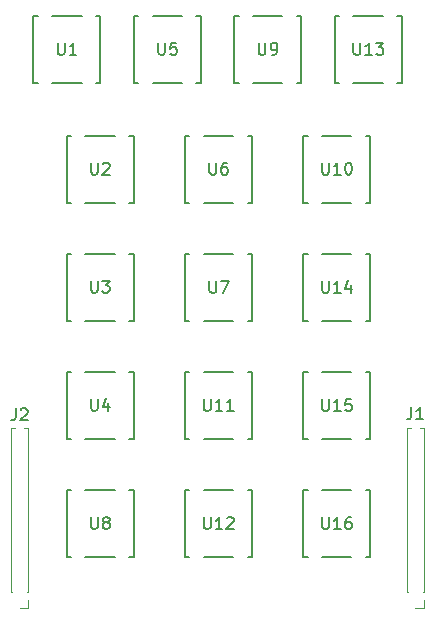
<source format=gbr>
%TF.GenerationSoftware,KiCad,Pcbnew,8.0.1*%
%TF.CreationDate,2024-03-24T18:55:33-05:00*%
%TF.ProjectId,TTWR Keypad,54545752-204b-4657-9970-61642e6b6963,V01*%
%TF.SameCoordinates,Original*%
%TF.FileFunction,Legend,Top*%
%TF.FilePolarity,Positive*%
%FSLAX46Y46*%
G04 Gerber Fmt 4.6, Leading zero omitted, Abs format (unit mm)*
G04 Created by KiCad (PCBNEW 8.0.1) date 2024-03-24 18:55:33*
%MOMM*%
%LPD*%
G01*
G04 APERTURE LIST*
%ADD10C,0.150000*%
%ADD11C,0.152400*%
%ADD12C,0.120000*%
G04 APERTURE END LIST*
D10*
X157038095Y-65945819D02*
X157038095Y-66755342D01*
X157038095Y-66755342D02*
X157085714Y-66850580D01*
X157085714Y-66850580D02*
X157133333Y-66898200D01*
X157133333Y-66898200D02*
X157228571Y-66945819D01*
X157228571Y-66945819D02*
X157419047Y-66945819D01*
X157419047Y-66945819D02*
X157514285Y-66898200D01*
X157514285Y-66898200D02*
X157561904Y-66850580D01*
X157561904Y-66850580D02*
X157609523Y-66755342D01*
X157609523Y-66755342D02*
X157609523Y-65945819D01*
X157990476Y-65945819D02*
X158609523Y-65945819D01*
X158609523Y-65945819D02*
X158276190Y-66326771D01*
X158276190Y-66326771D02*
X158419047Y-66326771D01*
X158419047Y-66326771D02*
X158514285Y-66374390D01*
X158514285Y-66374390D02*
X158561904Y-66422009D01*
X158561904Y-66422009D02*
X158609523Y-66517247D01*
X158609523Y-66517247D02*
X158609523Y-66755342D01*
X158609523Y-66755342D02*
X158561904Y-66850580D01*
X158561904Y-66850580D02*
X158514285Y-66898200D01*
X158514285Y-66898200D02*
X158419047Y-66945819D01*
X158419047Y-66945819D02*
X158133333Y-66945819D01*
X158133333Y-66945819D02*
X158038095Y-66898200D01*
X158038095Y-66898200D02*
X157990476Y-66850580D01*
X166586905Y-85954819D02*
X166586905Y-86764342D01*
X166586905Y-86764342D02*
X166634524Y-86859580D01*
X166634524Y-86859580D02*
X166682143Y-86907200D01*
X166682143Y-86907200D02*
X166777381Y-86954819D01*
X166777381Y-86954819D02*
X166967857Y-86954819D01*
X166967857Y-86954819D02*
X167063095Y-86907200D01*
X167063095Y-86907200D02*
X167110714Y-86859580D01*
X167110714Y-86859580D02*
X167158333Y-86764342D01*
X167158333Y-86764342D02*
X167158333Y-85954819D01*
X168158333Y-86954819D02*
X167586905Y-86954819D01*
X167872619Y-86954819D02*
X167872619Y-85954819D01*
X167872619Y-85954819D02*
X167777381Y-86097676D01*
X167777381Y-86097676D02*
X167682143Y-86192914D01*
X167682143Y-86192914D02*
X167586905Y-86240533D01*
X168539286Y-86050057D02*
X168586905Y-86002438D01*
X168586905Y-86002438D02*
X168682143Y-85954819D01*
X168682143Y-85954819D02*
X168920238Y-85954819D01*
X168920238Y-85954819D02*
X169015476Y-86002438D01*
X169015476Y-86002438D02*
X169063095Y-86050057D01*
X169063095Y-86050057D02*
X169110714Y-86145295D01*
X169110714Y-86145295D02*
X169110714Y-86240533D01*
X169110714Y-86240533D02*
X169063095Y-86383390D01*
X169063095Y-86383390D02*
X168491667Y-86954819D01*
X168491667Y-86954819D02*
X169110714Y-86954819D01*
X157038095Y-85945819D02*
X157038095Y-86755342D01*
X157038095Y-86755342D02*
X157085714Y-86850580D01*
X157085714Y-86850580D02*
X157133333Y-86898200D01*
X157133333Y-86898200D02*
X157228571Y-86945819D01*
X157228571Y-86945819D02*
X157419047Y-86945819D01*
X157419047Y-86945819D02*
X157514285Y-86898200D01*
X157514285Y-86898200D02*
X157561904Y-86850580D01*
X157561904Y-86850580D02*
X157609523Y-86755342D01*
X157609523Y-86755342D02*
X157609523Y-85945819D01*
X158228571Y-86374390D02*
X158133333Y-86326771D01*
X158133333Y-86326771D02*
X158085714Y-86279152D01*
X158085714Y-86279152D02*
X158038095Y-86183914D01*
X158038095Y-86183914D02*
X158038095Y-86136295D01*
X158038095Y-86136295D02*
X158085714Y-86041057D01*
X158085714Y-86041057D02*
X158133333Y-85993438D01*
X158133333Y-85993438D02*
X158228571Y-85945819D01*
X158228571Y-85945819D02*
X158419047Y-85945819D01*
X158419047Y-85945819D02*
X158514285Y-85993438D01*
X158514285Y-85993438D02*
X158561904Y-86041057D01*
X158561904Y-86041057D02*
X158609523Y-86136295D01*
X158609523Y-86136295D02*
X158609523Y-86183914D01*
X158609523Y-86183914D02*
X158561904Y-86279152D01*
X158561904Y-86279152D02*
X158514285Y-86326771D01*
X158514285Y-86326771D02*
X158419047Y-86374390D01*
X158419047Y-86374390D02*
X158228571Y-86374390D01*
X158228571Y-86374390D02*
X158133333Y-86422009D01*
X158133333Y-86422009D02*
X158085714Y-86469628D01*
X158085714Y-86469628D02*
X158038095Y-86564866D01*
X158038095Y-86564866D02*
X158038095Y-86755342D01*
X158038095Y-86755342D02*
X158085714Y-86850580D01*
X158085714Y-86850580D02*
X158133333Y-86898200D01*
X158133333Y-86898200D02*
X158228571Y-86945819D01*
X158228571Y-86945819D02*
X158419047Y-86945819D01*
X158419047Y-86945819D02*
X158514285Y-86898200D01*
X158514285Y-86898200D02*
X158561904Y-86850580D01*
X158561904Y-86850580D02*
X158609523Y-86755342D01*
X158609523Y-86755342D02*
X158609523Y-86564866D01*
X158609523Y-86564866D02*
X158561904Y-86469628D01*
X158561904Y-86469628D02*
X158514285Y-86422009D01*
X158514285Y-86422009D02*
X158419047Y-86374390D01*
X154236745Y-45804819D02*
X154236745Y-46614342D01*
X154236745Y-46614342D02*
X154284364Y-46709580D01*
X154284364Y-46709580D02*
X154331983Y-46757200D01*
X154331983Y-46757200D02*
X154427221Y-46804819D01*
X154427221Y-46804819D02*
X154617697Y-46804819D01*
X154617697Y-46804819D02*
X154712935Y-46757200D01*
X154712935Y-46757200D02*
X154760554Y-46709580D01*
X154760554Y-46709580D02*
X154808173Y-46614342D01*
X154808173Y-46614342D02*
X154808173Y-45804819D01*
X155808173Y-46804819D02*
X155236745Y-46804819D01*
X155522459Y-46804819D02*
X155522459Y-45804819D01*
X155522459Y-45804819D02*
X155427221Y-45947676D01*
X155427221Y-45947676D02*
X155331983Y-46042914D01*
X155331983Y-46042914D02*
X155236745Y-46090533D01*
X176606705Y-65954819D02*
X176606705Y-66764342D01*
X176606705Y-66764342D02*
X176654324Y-66859580D01*
X176654324Y-66859580D02*
X176701943Y-66907200D01*
X176701943Y-66907200D02*
X176797181Y-66954819D01*
X176797181Y-66954819D02*
X176987657Y-66954819D01*
X176987657Y-66954819D02*
X177082895Y-66907200D01*
X177082895Y-66907200D02*
X177130514Y-66859580D01*
X177130514Y-66859580D02*
X177178133Y-66764342D01*
X177178133Y-66764342D02*
X177178133Y-65954819D01*
X178178133Y-66954819D02*
X177606705Y-66954819D01*
X177892419Y-66954819D02*
X177892419Y-65954819D01*
X177892419Y-65954819D02*
X177797181Y-66097676D01*
X177797181Y-66097676D02*
X177701943Y-66192914D01*
X177701943Y-66192914D02*
X177606705Y-66240533D01*
X179035276Y-66288152D02*
X179035276Y-66954819D01*
X178797181Y-65907200D02*
X178559086Y-66621485D01*
X178559086Y-66621485D02*
X179178133Y-66621485D01*
X179260555Y-45804819D02*
X179260555Y-46614342D01*
X179260555Y-46614342D02*
X179308174Y-46709580D01*
X179308174Y-46709580D02*
X179355793Y-46757200D01*
X179355793Y-46757200D02*
X179451031Y-46804819D01*
X179451031Y-46804819D02*
X179641507Y-46804819D01*
X179641507Y-46804819D02*
X179736745Y-46757200D01*
X179736745Y-46757200D02*
X179784364Y-46709580D01*
X179784364Y-46709580D02*
X179831983Y-46614342D01*
X179831983Y-46614342D02*
X179831983Y-45804819D01*
X180831983Y-46804819D02*
X180260555Y-46804819D01*
X180546269Y-46804819D02*
X180546269Y-45804819D01*
X180546269Y-45804819D02*
X180451031Y-45947676D01*
X180451031Y-45947676D02*
X180355793Y-46042914D01*
X180355793Y-46042914D02*
X180260555Y-46090533D01*
X181165317Y-45804819D02*
X181784364Y-45804819D01*
X181784364Y-45804819D02*
X181451031Y-46185771D01*
X181451031Y-46185771D02*
X181593888Y-46185771D01*
X181593888Y-46185771D02*
X181689126Y-46233390D01*
X181689126Y-46233390D02*
X181736745Y-46281009D01*
X181736745Y-46281009D02*
X181784364Y-46376247D01*
X181784364Y-46376247D02*
X181784364Y-46614342D01*
X181784364Y-46614342D02*
X181736745Y-46709580D01*
X181736745Y-46709580D02*
X181689126Y-46757200D01*
X181689126Y-46757200D02*
X181593888Y-46804819D01*
X181593888Y-46804819D02*
X181308174Y-46804819D01*
X181308174Y-46804819D02*
X181212936Y-46757200D01*
X181212936Y-46757200D02*
X181165317Y-46709580D01*
X167063095Y-55954819D02*
X167063095Y-56764342D01*
X167063095Y-56764342D02*
X167110714Y-56859580D01*
X167110714Y-56859580D02*
X167158333Y-56907200D01*
X167158333Y-56907200D02*
X167253571Y-56954819D01*
X167253571Y-56954819D02*
X167444047Y-56954819D01*
X167444047Y-56954819D02*
X167539285Y-56907200D01*
X167539285Y-56907200D02*
X167586904Y-56859580D01*
X167586904Y-56859580D02*
X167634523Y-56764342D01*
X167634523Y-56764342D02*
X167634523Y-55954819D01*
X168539285Y-55954819D02*
X168348809Y-55954819D01*
X168348809Y-55954819D02*
X168253571Y-56002438D01*
X168253571Y-56002438D02*
X168205952Y-56050057D01*
X168205952Y-56050057D02*
X168110714Y-56192914D01*
X168110714Y-56192914D02*
X168063095Y-56383390D01*
X168063095Y-56383390D02*
X168063095Y-56764342D01*
X168063095Y-56764342D02*
X168110714Y-56859580D01*
X168110714Y-56859580D02*
X168158333Y-56907200D01*
X168158333Y-56907200D02*
X168253571Y-56954819D01*
X168253571Y-56954819D02*
X168444047Y-56954819D01*
X168444047Y-56954819D02*
X168539285Y-56907200D01*
X168539285Y-56907200D02*
X168586904Y-56859580D01*
X168586904Y-56859580D02*
X168634523Y-56764342D01*
X168634523Y-56764342D02*
X168634523Y-56526247D01*
X168634523Y-56526247D02*
X168586904Y-56431009D01*
X168586904Y-56431009D02*
X168539285Y-56383390D01*
X168539285Y-56383390D02*
X168444047Y-56335771D01*
X168444047Y-56335771D02*
X168253571Y-56335771D01*
X168253571Y-56335771D02*
X168158333Y-56383390D01*
X168158333Y-56383390D02*
X168110714Y-56431009D01*
X168110714Y-56431009D02*
X168063095Y-56526247D01*
X150666666Y-76754819D02*
X150666666Y-77469104D01*
X150666666Y-77469104D02*
X150619047Y-77611961D01*
X150619047Y-77611961D02*
X150523809Y-77707200D01*
X150523809Y-77707200D02*
X150380952Y-77754819D01*
X150380952Y-77754819D02*
X150285714Y-77754819D01*
X151095238Y-76850057D02*
X151142857Y-76802438D01*
X151142857Y-76802438D02*
X151238095Y-76754819D01*
X151238095Y-76754819D02*
X151476190Y-76754819D01*
X151476190Y-76754819D02*
X151571428Y-76802438D01*
X151571428Y-76802438D02*
X151619047Y-76850057D01*
X151619047Y-76850057D02*
X151666666Y-76945295D01*
X151666666Y-76945295D02*
X151666666Y-77040533D01*
X151666666Y-77040533D02*
X151619047Y-77183390D01*
X151619047Y-77183390D02*
X151047619Y-77754819D01*
X151047619Y-77754819D02*
X151666666Y-77754819D01*
X184166666Y-76654819D02*
X184166666Y-77369104D01*
X184166666Y-77369104D02*
X184119047Y-77511961D01*
X184119047Y-77511961D02*
X184023809Y-77607200D01*
X184023809Y-77607200D02*
X183880952Y-77654819D01*
X183880952Y-77654819D02*
X183785714Y-77654819D01*
X185166666Y-77654819D02*
X184595238Y-77654819D01*
X184880952Y-77654819D02*
X184880952Y-76654819D01*
X184880952Y-76654819D02*
X184785714Y-76797676D01*
X184785714Y-76797676D02*
X184690476Y-76892914D01*
X184690476Y-76892914D02*
X184595238Y-76940533D01*
X157038095Y-75945819D02*
X157038095Y-76755342D01*
X157038095Y-76755342D02*
X157085714Y-76850580D01*
X157085714Y-76850580D02*
X157133333Y-76898200D01*
X157133333Y-76898200D02*
X157228571Y-76945819D01*
X157228571Y-76945819D02*
X157419047Y-76945819D01*
X157419047Y-76945819D02*
X157514285Y-76898200D01*
X157514285Y-76898200D02*
X157561904Y-76850580D01*
X157561904Y-76850580D02*
X157609523Y-76755342D01*
X157609523Y-76755342D02*
X157609523Y-75945819D01*
X158514285Y-76279152D02*
X158514285Y-76945819D01*
X158276190Y-75898200D02*
X158038095Y-76612485D01*
X158038095Y-76612485D02*
X158657142Y-76612485D01*
X176606705Y-75954819D02*
X176606705Y-76764342D01*
X176606705Y-76764342D02*
X176654324Y-76859580D01*
X176654324Y-76859580D02*
X176701943Y-76907200D01*
X176701943Y-76907200D02*
X176797181Y-76954819D01*
X176797181Y-76954819D02*
X176987657Y-76954819D01*
X176987657Y-76954819D02*
X177082895Y-76907200D01*
X177082895Y-76907200D02*
X177130514Y-76859580D01*
X177130514Y-76859580D02*
X177178133Y-76764342D01*
X177178133Y-76764342D02*
X177178133Y-75954819D01*
X178178133Y-76954819D02*
X177606705Y-76954819D01*
X177892419Y-76954819D02*
X177892419Y-75954819D01*
X177892419Y-75954819D02*
X177797181Y-76097676D01*
X177797181Y-76097676D02*
X177701943Y-76192914D01*
X177701943Y-76192914D02*
X177606705Y-76240533D01*
X179082895Y-75954819D02*
X178606705Y-75954819D01*
X178606705Y-75954819D02*
X178559086Y-76431009D01*
X178559086Y-76431009D02*
X178606705Y-76383390D01*
X178606705Y-76383390D02*
X178701943Y-76335771D01*
X178701943Y-76335771D02*
X178940038Y-76335771D01*
X178940038Y-76335771D02*
X179035276Y-76383390D01*
X179035276Y-76383390D02*
X179082895Y-76431009D01*
X179082895Y-76431009D02*
X179130514Y-76526247D01*
X179130514Y-76526247D02*
X179130514Y-76764342D01*
X179130514Y-76764342D02*
X179082895Y-76859580D01*
X179082895Y-76859580D02*
X179035276Y-76907200D01*
X179035276Y-76907200D02*
X178940038Y-76954819D01*
X178940038Y-76954819D02*
X178701943Y-76954819D01*
X178701943Y-76954819D02*
X178606705Y-76907200D01*
X178606705Y-76907200D02*
X178559086Y-76859580D01*
X167063095Y-65954819D02*
X167063095Y-66764342D01*
X167063095Y-66764342D02*
X167110714Y-66859580D01*
X167110714Y-66859580D02*
X167158333Y-66907200D01*
X167158333Y-66907200D02*
X167253571Y-66954819D01*
X167253571Y-66954819D02*
X167444047Y-66954819D01*
X167444047Y-66954819D02*
X167539285Y-66907200D01*
X167539285Y-66907200D02*
X167586904Y-66859580D01*
X167586904Y-66859580D02*
X167634523Y-66764342D01*
X167634523Y-66764342D02*
X167634523Y-65954819D01*
X168015476Y-65954819D02*
X168682142Y-65954819D01*
X168682142Y-65954819D02*
X168253571Y-66954819D01*
X162736745Y-45804819D02*
X162736745Y-46614342D01*
X162736745Y-46614342D02*
X162784364Y-46709580D01*
X162784364Y-46709580D02*
X162831983Y-46757200D01*
X162831983Y-46757200D02*
X162927221Y-46804819D01*
X162927221Y-46804819D02*
X163117697Y-46804819D01*
X163117697Y-46804819D02*
X163212935Y-46757200D01*
X163212935Y-46757200D02*
X163260554Y-46709580D01*
X163260554Y-46709580D02*
X163308173Y-46614342D01*
X163308173Y-46614342D02*
X163308173Y-45804819D01*
X164260554Y-45804819D02*
X163784364Y-45804819D01*
X163784364Y-45804819D02*
X163736745Y-46281009D01*
X163736745Y-46281009D02*
X163784364Y-46233390D01*
X163784364Y-46233390D02*
X163879602Y-46185771D01*
X163879602Y-46185771D02*
X164117697Y-46185771D01*
X164117697Y-46185771D02*
X164212935Y-46233390D01*
X164212935Y-46233390D02*
X164260554Y-46281009D01*
X164260554Y-46281009D02*
X164308173Y-46376247D01*
X164308173Y-46376247D02*
X164308173Y-46614342D01*
X164308173Y-46614342D02*
X164260554Y-46709580D01*
X164260554Y-46709580D02*
X164212935Y-46757200D01*
X164212935Y-46757200D02*
X164117697Y-46804819D01*
X164117697Y-46804819D02*
X163879602Y-46804819D01*
X163879602Y-46804819D02*
X163784364Y-46757200D01*
X163784364Y-46757200D02*
X163736745Y-46709580D01*
X171236745Y-45804819D02*
X171236745Y-46614342D01*
X171236745Y-46614342D02*
X171284364Y-46709580D01*
X171284364Y-46709580D02*
X171331983Y-46757200D01*
X171331983Y-46757200D02*
X171427221Y-46804819D01*
X171427221Y-46804819D02*
X171617697Y-46804819D01*
X171617697Y-46804819D02*
X171712935Y-46757200D01*
X171712935Y-46757200D02*
X171760554Y-46709580D01*
X171760554Y-46709580D02*
X171808173Y-46614342D01*
X171808173Y-46614342D02*
X171808173Y-45804819D01*
X172331983Y-46804819D02*
X172522459Y-46804819D01*
X172522459Y-46804819D02*
X172617697Y-46757200D01*
X172617697Y-46757200D02*
X172665316Y-46709580D01*
X172665316Y-46709580D02*
X172760554Y-46566723D01*
X172760554Y-46566723D02*
X172808173Y-46376247D01*
X172808173Y-46376247D02*
X172808173Y-45995295D01*
X172808173Y-45995295D02*
X172760554Y-45900057D01*
X172760554Y-45900057D02*
X172712935Y-45852438D01*
X172712935Y-45852438D02*
X172617697Y-45804819D01*
X172617697Y-45804819D02*
X172427221Y-45804819D01*
X172427221Y-45804819D02*
X172331983Y-45852438D01*
X172331983Y-45852438D02*
X172284364Y-45900057D01*
X172284364Y-45900057D02*
X172236745Y-45995295D01*
X172236745Y-45995295D02*
X172236745Y-46233390D01*
X172236745Y-46233390D02*
X172284364Y-46328628D01*
X172284364Y-46328628D02*
X172331983Y-46376247D01*
X172331983Y-46376247D02*
X172427221Y-46423866D01*
X172427221Y-46423866D02*
X172617697Y-46423866D01*
X172617697Y-46423866D02*
X172712935Y-46376247D01*
X172712935Y-46376247D02*
X172760554Y-46328628D01*
X172760554Y-46328628D02*
X172808173Y-46233390D01*
X157038095Y-55945819D02*
X157038095Y-56755342D01*
X157038095Y-56755342D02*
X157085714Y-56850580D01*
X157085714Y-56850580D02*
X157133333Y-56898200D01*
X157133333Y-56898200D02*
X157228571Y-56945819D01*
X157228571Y-56945819D02*
X157419047Y-56945819D01*
X157419047Y-56945819D02*
X157514285Y-56898200D01*
X157514285Y-56898200D02*
X157561904Y-56850580D01*
X157561904Y-56850580D02*
X157609523Y-56755342D01*
X157609523Y-56755342D02*
X157609523Y-55945819D01*
X158038095Y-56041057D02*
X158085714Y-55993438D01*
X158085714Y-55993438D02*
X158180952Y-55945819D01*
X158180952Y-55945819D02*
X158419047Y-55945819D01*
X158419047Y-55945819D02*
X158514285Y-55993438D01*
X158514285Y-55993438D02*
X158561904Y-56041057D01*
X158561904Y-56041057D02*
X158609523Y-56136295D01*
X158609523Y-56136295D02*
X158609523Y-56231533D01*
X158609523Y-56231533D02*
X158561904Y-56374390D01*
X158561904Y-56374390D02*
X157990476Y-56945819D01*
X157990476Y-56945819D02*
X158609523Y-56945819D01*
X176606705Y-85954819D02*
X176606705Y-86764342D01*
X176606705Y-86764342D02*
X176654324Y-86859580D01*
X176654324Y-86859580D02*
X176701943Y-86907200D01*
X176701943Y-86907200D02*
X176797181Y-86954819D01*
X176797181Y-86954819D02*
X176987657Y-86954819D01*
X176987657Y-86954819D02*
X177082895Y-86907200D01*
X177082895Y-86907200D02*
X177130514Y-86859580D01*
X177130514Y-86859580D02*
X177178133Y-86764342D01*
X177178133Y-86764342D02*
X177178133Y-85954819D01*
X178178133Y-86954819D02*
X177606705Y-86954819D01*
X177892419Y-86954819D02*
X177892419Y-85954819D01*
X177892419Y-85954819D02*
X177797181Y-86097676D01*
X177797181Y-86097676D02*
X177701943Y-86192914D01*
X177701943Y-86192914D02*
X177606705Y-86240533D01*
X179035276Y-85954819D02*
X178844800Y-85954819D01*
X178844800Y-85954819D02*
X178749562Y-86002438D01*
X178749562Y-86002438D02*
X178701943Y-86050057D01*
X178701943Y-86050057D02*
X178606705Y-86192914D01*
X178606705Y-86192914D02*
X178559086Y-86383390D01*
X178559086Y-86383390D02*
X178559086Y-86764342D01*
X178559086Y-86764342D02*
X178606705Y-86859580D01*
X178606705Y-86859580D02*
X178654324Y-86907200D01*
X178654324Y-86907200D02*
X178749562Y-86954819D01*
X178749562Y-86954819D02*
X178940038Y-86954819D01*
X178940038Y-86954819D02*
X179035276Y-86907200D01*
X179035276Y-86907200D02*
X179082895Y-86859580D01*
X179082895Y-86859580D02*
X179130514Y-86764342D01*
X179130514Y-86764342D02*
X179130514Y-86526247D01*
X179130514Y-86526247D02*
X179082895Y-86431009D01*
X179082895Y-86431009D02*
X179035276Y-86383390D01*
X179035276Y-86383390D02*
X178940038Y-86335771D01*
X178940038Y-86335771D02*
X178749562Y-86335771D01*
X178749562Y-86335771D02*
X178654324Y-86383390D01*
X178654324Y-86383390D02*
X178606705Y-86431009D01*
X178606705Y-86431009D02*
X178559086Y-86526247D01*
X176611905Y-55949619D02*
X176611905Y-56759142D01*
X176611905Y-56759142D02*
X176659524Y-56854380D01*
X176659524Y-56854380D02*
X176707143Y-56902000D01*
X176707143Y-56902000D02*
X176802381Y-56949619D01*
X176802381Y-56949619D02*
X176992857Y-56949619D01*
X176992857Y-56949619D02*
X177088095Y-56902000D01*
X177088095Y-56902000D02*
X177135714Y-56854380D01*
X177135714Y-56854380D02*
X177183333Y-56759142D01*
X177183333Y-56759142D02*
X177183333Y-55949619D01*
X178183333Y-56949619D02*
X177611905Y-56949619D01*
X177897619Y-56949619D02*
X177897619Y-55949619D01*
X177897619Y-55949619D02*
X177802381Y-56092476D01*
X177802381Y-56092476D02*
X177707143Y-56187714D01*
X177707143Y-56187714D02*
X177611905Y-56235333D01*
X178802381Y-55949619D02*
X178897619Y-55949619D01*
X178897619Y-55949619D02*
X178992857Y-55997238D01*
X178992857Y-55997238D02*
X179040476Y-56044857D01*
X179040476Y-56044857D02*
X179088095Y-56140095D01*
X179088095Y-56140095D02*
X179135714Y-56330571D01*
X179135714Y-56330571D02*
X179135714Y-56568666D01*
X179135714Y-56568666D02*
X179088095Y-56759142D01*
X179088095Y-56759142D02*
X179040476Y-56854380D01*
X179040476Y-56854380D02*
X178992857Y-56902000D01*
X178992857Y-56902000D02*
X178897619Y-56949619D01*
X178897619Y-56949619D02*
X178802381Y-56949619D01*
X178802381Y-56949619D02*
X178707143Y-56902000D01*
X178707143Y-56902000D02*
X178659524Y-56854380D01*
X178659524Y-56854380D02*
X178611905Y-56759142D01*
X178611905Y-56759142D02*
X178564286Y-56568666D01*
X178564286Y-56568666D02*
X178564286Y-56330571D01*
X178564286Y-56330571D02*
X178611905Y-56140095D01*
X178611905Y-56140095D02*
X178659524Y-56044857D01*
X178659524Y-56044857D02*
X178707143Y-55997238D01*
X178707143Y-55997238D02*
X178802381Y-55949619D01*
X166586905Y-75954819D02*
X166586905Y-76764342D01*
X166586905Y-76764342D02*
X166634524Y-76859580D01*
X166634524Y-76859580D02*
X166682143Y-76907200D01*
X166682143Y-76907200D02*
X166777381Y-76954819D01*
X166777381Y-76954819D02*
X166967857Y-76954819D01*
X166967857Y-76954819D02*
X167063095Y-76907200D01*
X167063095Y-76907200D02*
X167110714Y-76859580D01*
X167110714Y-76859580D02*
X167158333Y-76764342D01*
X167158333Y-76764342D02*
X167158333Y-75954819D01*
X168158333Y-76954819D02*
X167586905Y-76954819D01*
X167872619Y-76954819D02*
X167872619Y-75954819D01*
X167872619Y-75954819D02*
X167777381Y-76097676D01*
X167777381Y-76097676D02*
X167682143Y-76192914D01*
X167682143Y-76192914D02*
X167586905Y-76240533D01*
X169110714Y-76954819D02*
X168539286Y-76954819D01*
X168825000Y-76954819D02*
X168825000Y-75954819D01*
X168825000Y-75954819D02*
X168729762Y-76097676D01*
X168729762Y-76097676D02*
X168634524Y-76192914D01*
X168634524Y-76192914D02*
X168539286Y-76240533D01*
D11*
%TO.C,U3*%
X154976900Y-63667900D02*
X154976900Y-69332100D01*
X154976900Y-69332100D02*
X155342660Y-69332100D01*
X155342660Y-63667900D02*
X154976900Y-63667900D01*
X156566940Y-69332100D02*
X159051060Y-69332100D01*
X159051060Y-63667900D02*
X156566940Y-63667900D01*
X160275340Y-69332100D02*
X160641100Y-69332100D01*
X160641100Y-63667900D02*
X160275340Y-63667900D01*
X160641100Y-69332100D02*
X160641100Y-63667900D01*
%TO.C,U12*%
X170657100Y-89332100D02*
X170657100Y-83667900D01*
X170657100Y-83667900D02*
X170291340Y-83667900D01*
X170291340Y-89332100D02*
X170657100Y-89332100D01*
X169067060Y-83667900D02*
X166582940Y-83667900D01*
X166582940Y-89332100D02*
X169067060Y-89332100D01*
X165358660Y-83667900D02*
X164992900Y-83667900D01*
X164992900Y-89332100D02*
X165358660Y-89332100D01*
X164992900Y-83667900D02*
X164992900Y-89332100D01*
%TO.C,U8*%
X154976900Y-83667900D02*
X154976900Y-89332100D01*
X154976900Y-89332100D02*
X155342660Y-89332100D01*
X155342660Y-83667900D02*
X154976900Y-83667900D01*
X156566940Y-89332100D02*
X159051060Y-89332100D01*
X159051060Y-83667900D02*
X156566940Y-83667900D01*
X160275340Y-89332100D02*
X160641100Y-89332100D01*
X160641100Y-83667900D02*
X160275340Y-83667900D01*
X160641100Y-89332100D02*
X160641100Y-83667900D01*
%TO.C,U1*%
X152167900Y-43516550D02*
X152167900Y-49180750D01*
X152167900Y-49180750D02*
X152533660Y-49180750D01*
X152533660Y-43516550D02*
X152167900Y-43516550D01*
X153757940Y-49180750D02*
X156242060Y-49180750D01*
X156242060Y-43516550D02*
X153757940Y-43516550D01*
X157466340Y-49180750D02*
X157832100Y-49180750D01*
X157832100Y-43516550D02*
X157466340Y-43516550D01*
X157832100Y-49180750D02*
X157832100Y-43516550D01*
%TO.C,U14*%
X180682100Y-69326900D02*
X180682100Y-63662700D01*
X180682100Y-63662700D02*
X180316340Y-63662700D01*
X180316340Y-69326900D02*
X180682100Y-69326900D01*
X179092060Y-63662700D02*
X176607940Y-63662700D01*
X176607940Y-69326900D02*
X179092060Y-69326900D01*
X175383660Y-63662700D02*
X175017900Y-63662700D01*
X175017900Y-69326900D02*
X175383660Y-69326900D01*
X175017900Y-63662700D02*
X175017900Y-69326900D01*
%TO.C,U13*%
X177667900Y-43516550D02*
X177667900Y-49180750D01*
X177667900Y-49180750D02*
X178033660Y-49180750D01*
X178033660Y-43516550D02*
X177667900Y-43516550D01*
X179257940Y-49180750D02*
X181742060Y-49180750D01*
X181742060Y-43516550D02*
X179257940Y-43516550D01*
X182966340Y-49180750D02*
X183332100Y-49180750D01*
X183332100Y-43516550D02*
X182966340Y-43516550D01*
X183332100Y-49180750D02*
X183332100Y-43516550D01*
%TO.C,U6*%
X170657100Y-59332100D02*
X170657100Y-53667900D01*
X170657100Y-53667900D02*
X170291340Y-53667900D01*
X170291340Y-59332100D02*
X170657100Y-59332100D01*
X169067060Y-53667900D02*
X166582940Y-53667900D01*
X166582940Y-59332100D02*
X169067060Y-59332100D01*
X165358660Y-53667900D02*
X164992900Y-53667900D01*
X164992900Y-59332100D02*
X165358660Y-59332100D01*
X164992900Y-53667900D02*
X164992900Y-59332100D01*
D12*
%TO.C,J2*%
X150305000Y-92315000D02*
X150305000Y-78440000D01*
X150391724Y-92315000D02*
X150305000Y-92315000D01*
X150605507Y-78440000D02*
X150305000Y-78440000D01*
X151695000Y-78440000D02*
X151394493Y-78440000D01*
X151695000Y-92315000D02*
X151608276Y-92315000D01*
X151695000Y-92315000D02*
X151695000Y-78440000D01*
X151695000Y-93000000D02*
X151695000Y-93685000D01*
X151695000Y-93685000D02*
X151000000Y-93685000D01*
%TO.C,J1*%
X183805000Y-92315000D02*
X183805000Y-78440000D01*
X183891724Y-92315000D02*
X183805000Y-92315000D01*
X184105507Y-78440000D02*
X183805000Y-78440000D01*
X185195000Y-78440000D02*
X184894493Y-78440000D01*
X185195000Y-92315000D02*
X185108276Y-92315000D01*
X185195000Y-92315000D02*
X185195000Y-78440000D01*
X185195000Y-93000000D02*
X185195000Y-93685000D01*
X185195000Y-93685000D02*
X184500000Y-93685000D01*
D11*
%TO.C,U4*%
X154976900Y-73667900D02*
X154976900Y-79332100D01*
X154976900Y-79332100D02*
X155342660Y-79332100D01*
X155342660Y-73667900D02*
X154976900Y-73667900D01*
X156566940Y-79332100D02*
X159051060Y-79332100D01*
X159051060Y-73667900D02*
X156566940Y-73667900D01*
X160275340Y-79332100D02*
X160641100Y-79332100D01*
X160641100Y-73667900D02*
X160275340Y-73667900D01*
X160641100Y-79332100D02*
X160641100Y-73667900D01*
%TO.C,U15*%
X180682100Y-79326900D02*
X180682100Y-73662700D01*
X180682100Y-73662700D02*
X180316340Y-73662700D01*
X180316340Y-79326900D02*
X180682100Y-79326900D01*
X179092060Y-73662700D02*
X176607940Y-73662700D01*
X176607940Y-79326900D02*
X179092060Y-79326900D01*
X175383660Y-73662700D02*
X175017900Y-73662700D01*
X175017900Y-79326900D02*
X175383660Y-79326900D01*
X175017900Y-73662700D02*
X175017900Y-79326900D01*
%TO.C,U7*%
X170657100Y-69332100D02*
X170657100Y-63667900D01*
X170657100Y-63667900D02*
X170291340Y-63667900D01*
X170291340Y-69332100D02*
X170657100Y-69332100D01*
X169067060Y-63667900D02*
X166582940Y-63667900D01*
X166582940Y-69332100D02*
X169067060Y-69332100D01*
X165358660Y-63667900D02*
X164992900Y-63667900D01*
X164992900Y-69332100D02*
X165358660Y-69332100D01*
X164992900Y-63667900D02*
X164992900Y-69332100D01*
%TO.C,U5*%
X166332100Y-49180750D02*
X166332100Y-43516550D01*
X166332100Y-43516550D02*
X165966340Y-43516550D01*
X165966340Y-49180750D02*
X166332100Y-49180750D01*
X164742060Y-43516550D02*
X162257940Y-43516550D01*
X162257940Y-49180750D02*
X164742060Y-49180750D01*
X161033660Y-43516550D02*
X160667900Y-43516550D01*
X160667900Y-49180750D02*
X161033660Y-49180750D01*
X160667900Y-43516550D02*
X160667900Y-49180750D01*
%TO.C,U9*%
X169167900Y-43516550D02*
X169167900Y-49180750D01*
X169167900Y-49180750D02*
X169533660Y-49180750D01*
X169533660Y-43516550D02*
X169167900Y-43516550D01*
X170757940Y-49180750D02*
X173242060Y-49180750D01*
X173242060Y-43516550D02*
X170757940Y-43516550D01*
X174466340Y-49180750D02*
X174832100Y-49180750D01*
X174832100Y-43516550D02*
X174466340Y-43516550D01*
X174832100Y-49180750D02*
X174832100Y-43516550D01*
%TO.C,U2*%
X154976900Y-53667900D02*
X154976900Y-59332100D01*
X154976900Y-59332100D02*
X155342660Y-59332100D01*
X155342660Y-53667900D02*
X154976900Y-53667900D01*
X156566940Y-59332100D02*
X159051060Y-59332100D01*
X159051060Y-53667900D02*
X156566940Y-53667900D01*
X160275340Y-59332100D02*
X160641100Y-59332100D01*
X160641100Y-53667900D02*
X160275340Y-53667900D01*
X160641100Y-59332100D02*
X160641100Y-53667900D01*
%TO.C,U16*%
X180682100Y-89326900D02*
X180682100Y-83662700D01*
X180682100Y-83662700D02*
X180316340Y-83662700D01*
X180316340Y-89326900D02*
X180682100Y-89326900D01*
X179092060Y-83662700D02*
X176607940Y-83662700D01*
X176607940Y-89326900D02*
X179092060Y-89326900D01*
X175383660Y-83662700D02*
X175017900Y-83662700D01*
X175017900Y-89326900D02*
X175383660Y-89326900D01*
X175017900Y-83662700D02*
X175017900Y-89326900D01*
%TO.C,U10*%
X175017900Y-53662700D02*
X175017900Y-59326900D01*
X175017900Y-59326900D02*
X175383660Y-59326900D01*
X175383660Y-53662700D02*
X175017900Y-53662700D01*
X176607940Y-59326900D02*
X179092060Y-59326900D01*
X179092060Y-53662700D02*
X176607940Y-53662700D01*
X180316340Y-59326900D02*
X180682100Y-59326900D01*
X180682100Y-53662700D02*
X180316340Y-53662700D01*
X180682100Y-59326900D02*
X180682100Y-53662700D01*
%TO.C,U11*%
X170657100Y-79332100D02*
X170657100Y-73667900D01*
X170657100Y-73667900D02*
X170291340Y-73667900D01*
X170291340Y-79332100D02*
X170657100Y-79332100D01*
X169067060Y-73667900D02*
X166582940Y-73667900D01*
X166582940Y-79332100D02*
X169067060Y-79332100D01*
X165358660Y-73667900D02*
X164992900Y-73667900D01*
X164992900Y-79332100D02*
X165358660Y-79332100D01*
X164992900Y-73667900D02*
X164992900Y-79332100D01*
%TD*%
M02*

</source>
